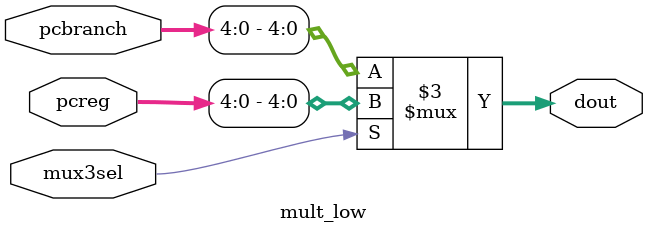
<source format=v>
`timescale 1ns / 1ps

module mult_low

/*** PARAMETERS ***/
#(parameter
	INST_WL = 5,
	DATA_WL = 32,
	ADDR_WL = 5
)

/*** IN/OUT ***/
(
	// IN 
	input 					mux3sel,
	input [DATA_WL - 1 : 0]	pcreg,
							pcbranch,
	// OUT
	output reg [4 : 0] dout
);

	always @(*) 
	begin
		if(mux3sel) dout	= pcreg;
		else dout			= pcbranch;
	end 

endmodule
</source>
